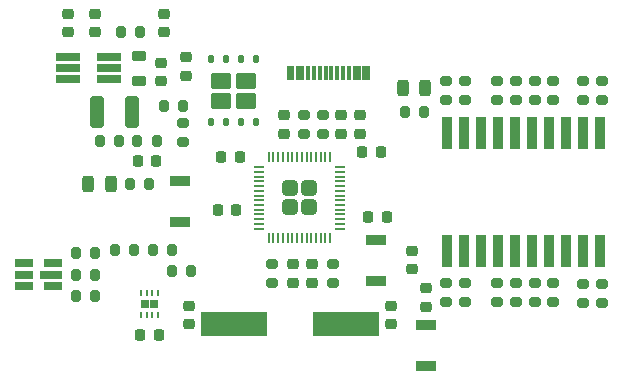
<source format=gbr>
%TF.GenerationSoftware,KiCad,Pcbnew,(7.0.0)*%
%TF.CreationDate,2023-04-19T21:09:27+03:00*%
%TF.ProjectId,Raspi Pico Board,52617370-6920-4506-9963-6f20426f6172,rev?*%
%TF.SameCoordinates,Original*%
%TF.FileFunction,Paste,Top*%
%TF.FilePolarity,Positive*%
%FSLAX46Y46*%
G04 Gerber Fmt 4.6, Leading zero omitted, Abs format (unit mm)*
G04 Created by KiCad (PCBNEW (7.0.0)) date 2023-04-19 21:09:27*
%MOMM*%
%LPD*%
G01*
G04 APERTURE LIST*
G04 Aperture macros list*
%AMRoundRect*
0 Rectangle with rounded corners*
0 $1 Rounding radius*
0 $2 $3 $4 $5 $6 $7 $8 $9 X,Y pos of 4 corners*
0 Add a 4 corners polygon primitive as box body*
4,1,4,$2,$3,$4,$5,$6,$7,$8,$9,$2,$3,0*
0 Add four circle primitives for the rounded corners*
1,1,$1+$1,$2,$3*
1,1,$1+$1,$4,$5*
1,1,$1+$1,$6,$7*
1,1,$1+$1,$8,$9*
0 Add four rect primitives between the rounded corners*
20,1,$1+$1,$2,$3,$4,$5,0*
20,1,$1+$1,$4,$5,$6,$7,0*
20,1,$1+$1,$6,$7,$8,$9,0*
20,1,$1+$1,$8,$9,$2,$3,0*%
G04 Aperture macros list end*
%ADD10RoundRect,0.225000X0.250000X-0.225000X0.250000X0.225000X-0.250000X0.225000X-0.250000X-0.225000X0*%
%ADD11RoundRect,0.200000X-0.275000X0.200000X-0.275000X-0.200000X0.275000X-0.200000X0.275000X0.200000X0*%
%ADD12RoundRect,0.200000X0.200000X0.275000X-0.200000X0.275000X-0.200000X-0.275000X0.200000X-0.275000X0*%
%ADD13RoundRect,0.225000X-0.225000X-0.250000X0.225000X-0.250000X0.225000X0.250000X-0.225000X0.250000X0*%
%ADD14RoundRect,0.225000X-0.250000X0.225000X-0.250000X-0.225000X0.250000X-0.225000X0.250000X0.225000X0*%
%ADD15R,0.900000X2.800000*%
%ADD16RoundRect,0.200000X0.275000X-0.200000X0.275000X0.200000X-0.275000X0.200000X-0.275000X-0.200000X0*%
%ADD17RoundRect,0.200000X-0.200000X-0.275000X0.200000X-0.275000X0.200000X0.275000X-0.200000X0.275000X0*%
%ADD18R,0.650000X0.750000*%
%ADD19R,0.250000X0.500000*%
%ADD20RoundRect,0.243750X0.243750X0.456250X-0.243750X0.456250X-0.243750X-0.456250X0.243750X-0.456250X0*%
%ADD21RoundRect,0.225000X0.225000X0.250000X-0.225000X0.250000X-0.225000X-0.250000X0.225000X-0.250000X0*%
%ADD22RoundRect,0.243750X-0.243750X-0.456250X0.243750X-0.456250X0.243750X0.456250X-0.243750X0.456250X0*%
%ADD23R,1.700000X0.900000*%
%ADD24R,0.300000X1.150000*%
%ADD25R,5.600000X2.100000*%
%ADD26RoundRect,0.250000X0.615000X-0.435000X0.615000X0.435000X-0.615000X0.435000X-0.615000X-0.435000X0*%
%ADD27RoundRect,0.125000X0.125000X-0.250000X0.125000X0.250000X-0.125000X0.250000X-0.125000X-0.250000X0*%
%ADD28R,2.000000X0.650000*%
%ADD29R,1.500000X0.650000*%
%ADD30R,1.950000X0.650000*%
%ADD31RoundRect,0.250000X0.325000X1.100000X-0.325000X1.100000X-0.325000X-1.100000X0.325000X-1.100000X0*%
%ADD32RoundRect,0.249999X-0.395001X-0.395001X0.395001X-0.395001X0.395001X0.395001X-0.395001X0.395001X0*%
%ADD33RoundRect,0.050000X-0.387500X-0.050000X0.387500X-0.050000X0.387500X0.050000X-0.387500X0.050000X0*%
%ADD34RoundRect,0.050000X-0.050000X-0.387500X0.050000X-0.387500X0.050000X0.387500X-0.050000X0.387500X0*%
%ADD35RoundRect,0.218750X-0.381250X0.218750X-0.381250X-0.218750X0.381250X-0.218750X0.381250X0.218750X0*%
G04 APERTURE END LIST*
D10*
%TO.C,C1*%
X68534670Y-40275366D03*
X68534670Y-38725366D03*
%TD*%
D11*
%TO.C,R10*%
X82000000Y-47275000D03*
X82000000Y-48925000D03*
%TD*%
D12*
%TO.C,R16*%
X66025000Y-58700000D03*
X64375000Y-58700000D03*
%TD*%
D13*
%TO.C,C8*%
X85331000Y-50430000D03*
X86881000Y-50430000D03*
%TD*%
D14*
%TO.C,C9*%
X79450000Y-59925000D03*
X79450000Y-61475000D03*
%TD*%
D15*
%TO.C,U4*%
X92519999Y-48799999D03*
X93959999Y-48799999D03*
X95399999Y-48799999D03*
X96839999Y-48799999D03*
X98279999Y-48799999D03*
X99719999Y-48799999D03*
X101159999Y-48799999D03*
X102599999Y-48799999D03*
X104039999Y-48799999D03*
X105479999Y-48799999D03*
X105479999Y-58799999D03*
X104039999Y-58799999D03*
X102599999Y-58799999D03*
X101159999Y-58799999D03*
X99719999Y-58799999D03*
X98279999Y-58799999D03*
X96839999Y-58799999D03*
X95399999Y-58799999D03*
X93959999Y-58799999D03*
X92519999Y-58799999D03*
%TD*%
D11*
%TO.C,R33*%
X92400000Y-61475000D03*
X92400000Y-63125000D03*
%TD*%
D16*
%TO.C,R7*%
X70104000Y-49593000D03*
X70104000Y-47943000D03*
%TD*%
D14*
%TO.C,C22*%
X89550000Y-58800000D03*
X89550000Y-60350000D03*
%TD*%
D17*
%TO.C,R18*%
X69175000Y-60500000D03*
X70825000Y-60500000D03*
%TD*%
D18*
%TO.C,U5*%
X67699999Y-63274999D03*
X66899999Y-63274999D03*
D19*
X68049999Y-62324999D03*
X67549999Y-62324999D03*
X67049999Y-62324999D03*
X66549999Y-62324999D03*
X66549999Y-64224999D03*
X67049999Y-64224999D03*
X67549999Y-64224999D03*
X68049999Y-64224999D03*
%TD*%
D10*
%TO.C,C21*%
X87790000Y-64975000D03*
X87790000Y-63425000D03*
%TD*%
%TO.C,C15*%
X78730000Y-48875000D03*
X78730000Y-47325000D03*
%TD*%
D20*
%TO.C,D2*%
X90599500Y-44958000D03*
X88724500Y-44958000D03*
%TD*%
D21*
%TO.C,C12*%
X74943000Y-50800000D03*
X73393000Y-50800000D03*
%TD*%
D16*
%TO.C,R24*%
X101500000Y-63125000D03*
X101500000Y-61475000D03*
%TD*%
D10*
%TO.C,C3*%
X60427034Y-40283404D03*
X60427034Y-38733404D03*
%TD*%
D12*
%TO.C,FB1*%
X66532054Y-40275520D03*
X64882054Y-40275520D03*
%TD*%
D17*
%TO.C,R14*%
X61075000Y-60800000D03*
X62725000Y-60800000D03*
%TD*%
D22*
%TO.C,D1*%
X62133000Y-53086000D03*
X64008000Y-53086000D03*
%TD*%
D11*
%TO.C,R11*%
X82800000Y-59875000D03*
X82800000Y-61525000D03*
%TD*%
%TO.C,R26*%
X105600000Y-44375000D03*
X105600000Y-46025000D03*
%TD*%
D16*
%TO.C,R31*%
X92400000Y-46025000D03*
X92400000Y-44375000D03*
%TD*%
%TO.C,R25*%
X99900000Y-63125000D03*
X99900000Y-61475000D03*
%TD*%
D12*
%TO.C,R3*%
X67935863Y-49523895D03*
X66285863Y-49523895D03*
%TD*%
D10*
%TO.C,C14*%
X83500000Y-48875000D03*
X83500000Y-47325000D03*
%TD*%
D23*
%TO.C,SW1*%
X86449999Y-61299999D03*
X86449999Y-57899999D03*
%TD*%
D11*
%TO.C,R9*%
X80400000Y-47275000D03*
X80400000Y-48925000D03*
%TD*%
D14*
%TO.C,C19*%
X70358000Y-42405000D03*
X70358000Y-43955000D03*
%TD*%
D11*
%TO.C,R27*%
X96700000Y-61475000D03*
X96700000Y-63125000D03*
%TD*%
D16*
%TO.C,R20*%
X105600000Y-63225000D03*
X105600000Y-61575000D03*
%TD*%
D24*
%TO.C,J1*%
X85803999Y-43746999D03*
X85003999Y-43746999D03*
X83703999Y-43746999D03*
X82703999Y-43746999D03*
X82203999Y-43746999D03*
X81203999Y-43746999D03*
X79903999Y-43746999D03*
X79103999Y-43746999D03*
X79403999Y-43746999D03*
X80203999Y-43746999D03*
X80703999Y-43746999D03*
X81703999Y-43746999D03*
X83203999Y-43746999D03*
X84203999Y-43746999D03*
X84703999Y-43746999D03*
X85503999Y-43746999D03*
%TD*%
D14*
%TO.C,C16*%
X81026000Y-59925000D03*
X81026000Y-61475000D03*
%TD*%
D23*
%TO.C,SW2*%
X69849999Y-56309999D03*
X69849999Y-52909999D03*
%TD*%
D25*
%TO.C,Y1*%
X74449999Y-64974999D03*
X83949999Y-64974999D03*
%TD*%
D10*
%TO.C,C13*%
X85130000Y-48865000D03*
X85130000Y-47315000D03*
%TD*%
D11*
%TO.C,R28*%
X98300000Y-61475000D03*
X98300000Y-63125000D03*
%TD*%
D26*
%TO.C,U2*%
X73347000Y-46062000D03*
X75497000Y-46062000D03*
X73347000Y-44362000D03*
X75497000Y-44362000D03*
D27*
X72517000Y-47912000D03*
X73787000Y-47912000D03*
X75057000Y-47912000D03*
X76327000Y-47912000D03*
X76327000Y-42512000D03*
X75057000Y-42512000D03*
X73787000Y-42512000D03*
X72517000Y-42512000D03*
%TD*%
D12*
%TO.C,R5*%
X67279587Y-53082905D03*
X65629587Y-53082905D03*
%TD*%
D21*
%TO.C,C11*%
X74625000Y-55300000D03*
X73075000Y-55300000D03*
%TD*%
D17*
%TO.C,R12*%
X88915500Y-46990000D03*
X90565500Y-46990000D03*
%TD*%
D16*
%TO.C,R8*%
X77700000Y-61525000D03*
X77700000Y-59875000D03*
%TD*%
D11*
%TO.C,R23*%
X99900000Y-44375000D03*
X99900000Y-46025000D03*
%TD*%
D14*
%TO.C,C23*%
X90678000Y-61963000D03*
X90678000Y-63513000D03*
%TD*%
D16*
%TO.C,R29*%
X96700000Y-46025000D03*
X96700000Y-44375000D03*
%TD*%
D11*
%TO.C,R32*%
X94000000Y-61475000D03*
X94000000Y-63125000D03*
%TD*%
D10*
%TO.C,C20*%
X70670000Y-64965000D03*
X70670000Y-63415000D03*
%TD*%
D16*
%TO.C,R34*%
X98300000Y-46025000D03*
X98300000Y-44375000D03*
%TD*%
D21*
%TO.C,C24*%
X68065660Y-65950000D03*
X66515660Y-65950000D03*
%TD*%
D16*
%TO.C,R19*%
X104000000Y-63225000D03*
X104000000Y-61575000D03*
%TD*%
D11*
%TO.C,R22*%
X101500000Y-44375000D03*
X101500000Y-46025000D03*
%TD*%
D17*
%TO.C,R17*%
X67575000Y-58700000D03*
X69225000Y-58700000D03*
%TD*%
D28*
%TO.C,U3*%
X63849041Y-44246395D03*
X63849041Y-43296395D03*
X63849041Y-42346395D03*
X60429041Y-42346395D03*
X60429041Y-43296395D03*
X60429041Y-44246395D03*
%TD*%
D17*
%TO.C,R6*%
X68517000Y-46482000D03*
X70167000Y-46482000D03*
%TD*%
D13*
%TO.C,C10*%
X85839000Y-55880000D03*
X87389000Y-55880000D03*
%TD*%
D29*
%TO.C,D4*%
X56649999Y-59849999D03*
X56649999Y-60799999D03*
X56649999Y-61749999D03*
X59149999Y-61749999D03*
D30*
X58924999Y-60799999D03*
D29*
X59149999Y-59849999D03*
%TD*%
D10*
%TO.C,C5*%
X68269616Y-44444512D03*
X68269616Y-42894512D03*
%TD*%
D12*
%TO.C,R4*%
X64744000Y-49523027D03*
X63094000Y-49523027D03*
%TD*%
D17*
%TO.C,R15*%
X61075000Y-62600000D03*
X62725000Y-62600000D03*
%TD*%
D31*
%TO.C,C6*%
X65786000Y-46990000D03*
X62836000Y-46990000D03*
%TD*%
D32*
%TO.C,U1*%
X79200000Y-53500000D03*
X79200000Y-55100000D03*
X80800000Y-53500000D03*
X80800000Y-55100000D03*
D33*
X76562500Y-51700000D03*
X76562500Y-52100000D03*
X76562500Y-52500000D03*
X76562500Y-52900000D03*
X76562500Y-53300000D03*
X76562500Y-53700000D03*
X76562500Y-54100000D03*
X76562500Y-54500000D03*
X76562500Y-54900000D03*
X76562500Y-55300000D03*
X76562500Y-55700000D03*
X76562500Y-56100000D03*
X76562500Y-56500000D03*
X76562500Y-56900000D03*
D34*
X77400000Y-57737500D03*
X77800000Y-57737500D03*
X78200000Y-57737500D03*
X78600000Y-57737500D03*
X79000000Y-57737500D03*
X79400000Y-57737500D03*
X79800000Y-57737500D03*
X80200000Y-57737500D03*
X80600000Y-57737500D03*
X81000000Y-57737500D03*
X81400000Y-57737500D03*
X81800000Y-57737500D03*
X82200000Y-57737500D03*
X82600000Y-57737500D03*
D33*
X83437500Y-56900000D03*
X83437500Y-56500000D03*
X83437500Y-56100000D03*
X83437500Y-55700000D03*
X83437500Y-55300000D03*
X83437500Y-54900000D03*
X83437500Y-54500000D03*
X83437500Y-54100000D03*
X83437500Y-53700000D03*
X83437500Y-53300000D03*
X83437500Y-52900000D03*
X83437500Y-52500000D03*
X83437500Y-52100000D03*
X83437500Y-51700000D03*
D34*
X82600000Y-50862500D03*
X82200000Y-50862500D03*
X81800000Y-50862500D03*
X81400000Y-50862500D03*
X81000000Y-50862500D03*
X80600000Y-50862500D03*
X80200000Y-50862500D03*
X79800000Y-50862500D03*
X79400000Y-50862500D03*
X79000000Y-50862500D03*
X78600000Y-50862500D03*
X78200000Y-50862500D03*
X77800000Y-50862500D03*
X77400000Y-50862500D03*
%TD*%
D11*
%TO.C,R21*%
X104000000Y-44375000D03*
X104000000Y-46025000D03*
%TD*%
D35*
%TO.C,L1*%
X66420072Y-42310171D03*
X66420072Y-44435171D03*
%TD*%
D17*
%TO.C,R13*%
X61075000Y-59000000D03*
X62725000Y-59000000D03*
%TD*%
D16*
%TO.C,R30*%
X94000000Y-46025000D03*
X94000000Y-44375000D03*
%TD*%
D21*
%TO.C,C4*%
X67889080Y-51169997D03*
X66339080Y-51169997D03*
%TD*%
D10*
%TO.C,C2*%
X62717053Y-40280623D03*
X62717053Y-38730623D03*
%TD*%
D23*
%TO.C,SW3*%
X90677999Y-65101999D03*
X90677999Y-68501999D03*
%TD*%
M02*

</source>
